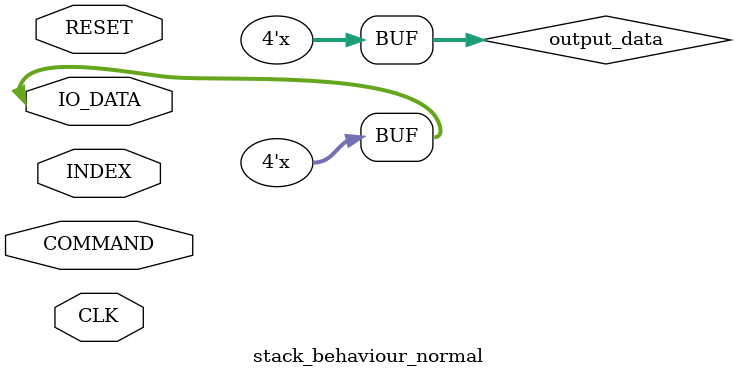
<source format=sv>
module stack_behaviour_normal(
    inout wire[3:0] IO_DATA, 
    input wire RESET, 
    input wire CLK, 
    input wire[1:0] COMMAND,
    input wire[2:0] INDEX
    ); 

    reg [3:0] stack [4:0];
    reg [2:0] header;
    reg [3:0] output_data = 4'bzzzz;

    always @(!CLK) begin
        output_data = 4'bzzzz;
    end

    always @(*) begin
        if (RESET) begin
            header = 3'b000;
            stack[0] = 4'b0000;
            stack[1] = 4'b0000;
            stack[2] = 4'b0000;
            stack[3] = 4'b0000;
            stack[4] = 4'b0000;
        end
        else if (CLK) begin
            case (COMMAND)
                2'b00: begin
                    // nop
                    output_data = 4'bzzzz;
                end
                2'b01: begin
                    // push
                    stack[header] = IO_DATA;
                    header = (header + 3'b001) % 5;
                    output_data = 4'bzzzz;
                end
                2'b10: begin
                    // pop
                    if (header == 4) begin
                        header = 3;
                    end
                    else begin
                        header = (header + 4) % 5;
                    end
                    output_data = stack[header];
                end
                2'b11: begin
                    // get
                    if (header == 4) begin
                        if (INDEX % 5 == 4) begin
                            output_data = stack[4];
                        end
                        else begin
                            output_data = stack[(3 - (INDEX % 5)) % 5];
                        end
                    end
                    else begin
                        output_data = stack[(header + 4 - (INDEX % 5)) % 5];
                    end
                end
            endcase
        end
    end

    assign IO_DATA = output_data;

endmodule
</source>
